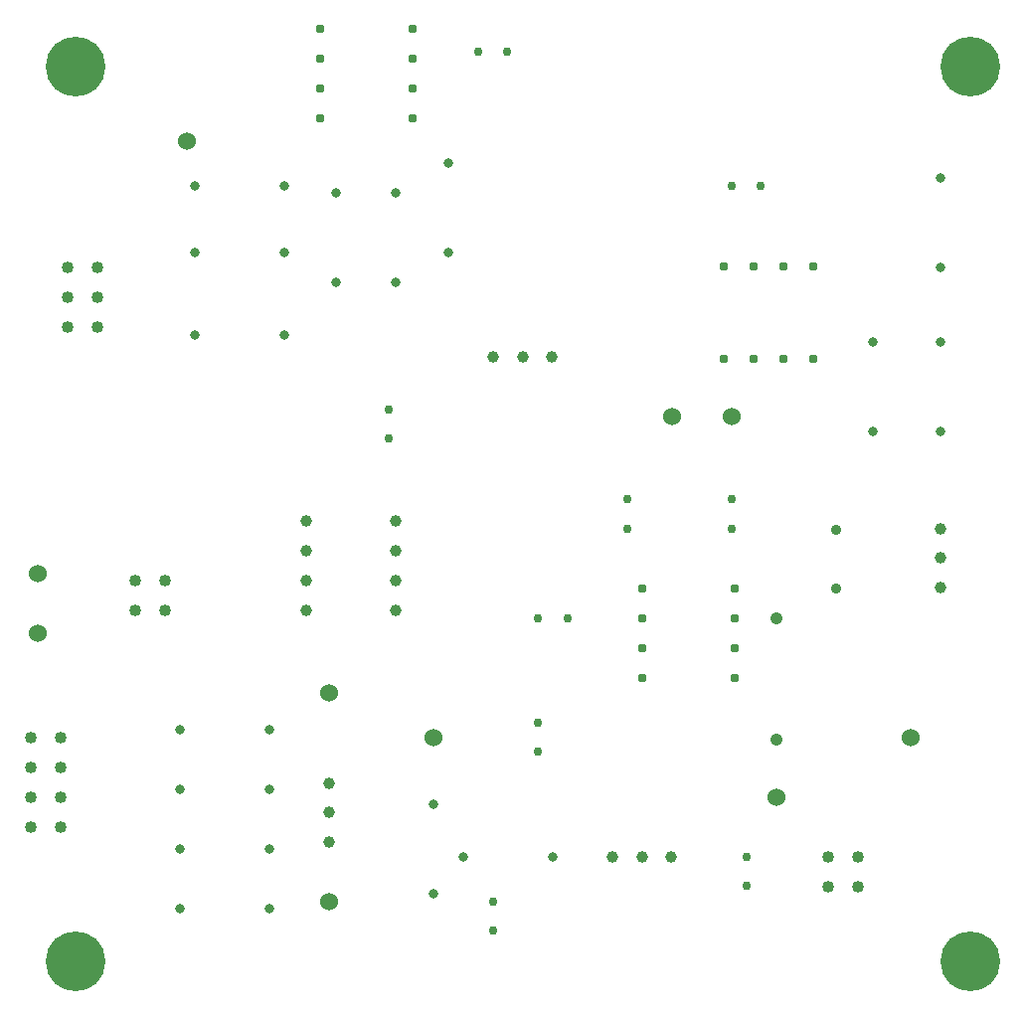
<source format=gbr>
G04 Layer_Color=0*
%FSLAX23Y23*%
%MOIN*%
%TF.FileFunction,Plated,1,2,PTH,Drill*%
%TF.Part,Single*%
G01*
G75*
%TA.AperFunction,OtherDrill,Pad Free-19 (1250mil,1250mil)*%
%ADD67C,0.200*%
%TA.AperFunction,OtherDrill,Pad Free-18 (4250mil,1250mil)*%
%ADD68C,0.200*%
%TA.AperFunction,OtherDrill,Pad Free-17 (4250mil,4250mil)*%
%ADD69C,0.200*%
%TA.AperFunction,OtherDrill,Pad Free-16 (1250mil,4250mil)*%
%ADD70C,0.200*%
%TA.AperFunction,OtherDrill,Pad Free-15 (1625mil,4000mil)*%
%ADD71C,0.060*%
%TA.AperFunction,OtherDrill,Pad Free-2 (3450mil,3075mil)*%
%ADD72C,0.060*%
%TA.AperFunction,OtherDrill,Pad Free-2 (3250mil,3075mil)*%
%ADD73C,0.060*%
%TA.AperFunction,OtherDrill,Pad Free-TP1 (3600mil,1800mil)*%
%ADD74C,0.060*%
%TA.AperFunction,OtherDrill,Pad Free-6 (4050mil,2000mil)*%
%ADD75C,0.060*%
%TA.AperFunction,OtherDrill,Pad Free-3 (1125mil,2350mil)*%
%ADD76C,0.060*%
%TA.AperFunction,OtherDrill,Pad Free-4 (1125mil,2550mil)*%
%ADD77C,0.060*%
%TA.AperFunction,OtherDrill,Pad Free-7 (2100mil,2150mil)*%
%ADD78C,0.060*%
%TA.AperFunction,OtherDrill,Pad Free-8 (2100mil,1450mil)*%
%ADD79C,0.060*%
%TA.AperFunction,OtherDrill,Pad Free-12 (2450mil,2000mil)*%
%ADD80C,0.060*%
%TA.AperFunction,ComponentDrill*%
%ADD81C,0.030*%
%ADD82C,0.030*%
%ADD83C,0.033*%
%ADD84C,0.033*%
%ADD85C,0.039*%
%ADD86C,0.040*%
%ADD87C,0.039*%
%ADD88C,0.031*%
%ADD89C,0.031*%
%ADD90C,0.031*%
%ADD91C,0.039*%
%ADD92C,0.042*%
%ADD93C,0.035*%
D67*
X1250Y1250D02*
D03*
D68*
X4250D02*
D03*
D69*
Y4250D02*
D03*
D70*
X1250D02*
D03*
D71*
X1625Y4000D02*
D03*
D72*
X3450Y3075D02*
D03*
D73*
X3250D02*
D03*
D74*
X3600Y1800D02*
D03*
D75*
X4050Y2000D02*
D03*
D76*
X1125Y2350D02*
D03*
D77*
Y2550D02*
D03*
D78*
X2100Y2150D02*
D03*
D79*
Y1450D02*
D03*
D80*
X2450Y2000D02*
D03*
D81*
X3451Y3850D02*
D03*
X3549D02*
D03*
X2601Y4300D02*
D03*
X2699D02*
D03*
X2802Y2400D02*
D03*
X2900D02*
D03*
D82*
X3500Y1600D02*
D03*
Y1502D02*
D03*
X2650Y1449D02*
D03*
Y1351D02*
D03*
X2300Y3002D02*
D03*
Y3100D02*
D03*
X3100Y2798D02*
D03*
Y2700D02*
D03*
X3450Y2798D02*
D03*
Y2700D02*
D03*
X2800Y1952D02*
D03*
Y2050D02*
D03*
D83*
X2450Y1775D02*
D03*
Y1475D02*
D03*
X3925Y3325D02*
D03*
Y3025D02*
D03*
X4150D02*
D03*
Y3325D02*
D03*
Y3875D02*
D03*
Y3575D02*
D03*
X2325Y3825D02*
D03*
Y3525D02*
D03*
X2125Y3825D02*
D03*
Y3525D02*
D03*
X2500Y3925D02*
D03*
Y3625D02*
D03*
D84*
X1900Y2025D02*
D03*
X1600D02*
D03*
X1900Y1825D02*
D03*
X1600D02*
D03*
X1900Y1625D02*
D03*
X1600D02*
D03*
X1900Y1425D02*
D03*
X1600D02*
D03*
X1650Y3350D02*
D03*
X1950D02*
D03*
X1650Y3850D02*
D03*
X1950D02*
D03*
X1650Y3625D02*
D03*
X1950D02*
D03*
X2550Y1600D02*
D03*
X2850D02*
D03*
D85*
X4150Y2700D02*
D03*
Y2602D02*
D03*
Y2503D02*
D03*
X2100Y1650D02*
D03*
Y1748D02*
D03*
Y1847D02*
D03*
D86*
X3875Y1500D02*
D03*
X3775D02*
D03*
X3875Y1600D02*
D03*
X3775D02*
D03*
X1550Y2425D02*
D03*
X1450D02*
D03*
X1550Y2525D02*
D03*
X1450D02*
D03*
X1100Y2000D02*
D03*
X1200D02*
D03*
X1100Y1900D02*
D03*
X1200D02*
D03*
X1100Y1800D02*
D03*
X1200D02*
D03*
X1100Y1700D02*
D03*
X1200D02*
D03*
X1225Y3575D02*
D03*
X1325D02*
D03*
X1225Y3475D02*
D03*
X1325D02*
D03*
X1225Y3375D02*
D03*
X1325D02*
D03*
D87*
X2652Y3275D02*
D03*
X2750D02*
D03*
X2848D02*
D03*
X3248Y1600D02*
D03*
X3150D02*
D03*
X3052D02*
D03*
D88*
X2070Y4175D02*
D03*
Y4275D02*
D03*
Y4075D02*
D03*
Y4375D02*
D03*
X2380Y4075D02*
D03*
Y4375D02*
D03*
Y4175D02*
D03*
Y4275D02*
D03*
D89*
X3525Y3580D02*
D03*
X3625D02*
D03*
X3425D02*
D03*
X3725D02*
D03*
X3425Y3270D02*
D03*
X3725D02*
D03*
X3525D02*
D03*
X3625D02*
D03*
D90*
X3463Y2500D02*
D03*
Y2400D02*
D03*
Y2300D02*
D03*
Y2200D02*
D03*
X3150D02*
D03*
Y2300D02*
D03*
Y2400D02*
D03*
Y2500D02*
D03*
D91*
X2325Y2725D02*
D03*
Y2625D02*
D03*
Y2525D02*
D03*
Y2425D02*
D03*
X2025D02*
D03*
Y2525D02*
D03*
Y2625D02*
D03*
Y2725D02*
D03*
D92*
X3600Y1992D02*
D03*
Y2400D02*
D03*
D93*
X3800Y2500D02*
D03*
Y2697D02*
D03*
%TF.MD5,2c7a2ac2d604a0598aeef33c34db1f78*%
M02*

</source>
